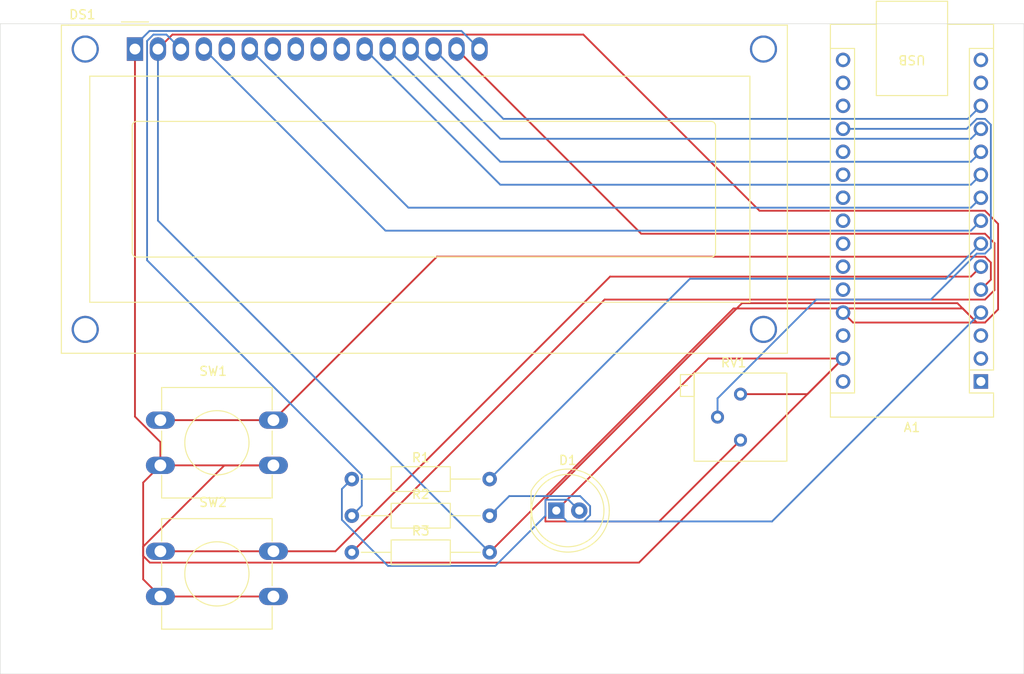
<source format=kicad_pcb>
(kicad_pcb (version 20241229) (generator "pcbnew") (generator_version "9.0")
  (layers (0 "F.Cu" signal) (2 "B.Cu" signal) (13 "F.Paste" user) (15 "B.Paste" user) (5 "F.SilkS" user "F.Silkscreen") (7 "B.SilkS" user "B.Silkscreen") (1 "F.Mask" user) (3 "B.Mask" user) (25 "Edge.Cuts" user))
  (net 0 "")
  (net 1 "Net-(A1-D9)")
  (net 4 "Net-(D1-K)")
  (net 6 "Net-(A1-A0)")
  (net 7 "Net-(A1-D6)")
  (net 8 "Net-(A1-D5)")
  (net 10 "Net-(A1-D7)")
  (net 11 "Net-(A1-+5V)")
  (net 15 "Net-(A1-D2)")
  (net 16 "Net-(A1-D8)")
  (net 20 "Net-(A1-D10)")
  (net 23 "Net-(A1-D3)")
  (net 25 "Net-(A1-D4)")
  (net 30 "Net-(D1-A)")
  (net 31 "Net-(DS1-LED(+))")
  (net 36 "Net-(DS1-VO)")
  (footprint "Resistor_THT:R_Axial_DIN0207_L6.3mm_D2.5mm_P15.24mm_Horizontal" (layer "F.Cu") (at 128.68 80.35)
    (property "Reference" "R1" (at 7.62 -2.37 0) (layer "F.SilkS"))
    (property "Value" "220")
    (fp_line (start 1.04 0) (end 4.35 0) (stroke (width 0.12)) (layer "F.SilkS"))
    (fp_line (start 14.2 0) (end 10.89 0) (stroke (width 0.12)) (layer "F.SilkS"))
    (fp_rect (start 4.35 -1.37) (end 10.89 1.37) (stroke (width 0.12)) (fill no) (layer "F.SilkS"))
    (pad "1" thru_hole circle (at 0 0) (size 1.6 1.6) (drill 0.8) (layers "*.Cu" "*.Mask") (net 30 "Net-(D1-A)"))
    (pad "2" thru_hole circle (at 15.24 0) (size 1.6 1.6) (drill 0.8) (layers "*.Cu" "*.Mask") (net 25 "Net-(A1-D4)"))
  )
  (footprint "Resistor_THT:R_Axial_DIN0207_L6.3mm_D2.5mm_P15.24mm_Horizontal" (layer "F.Cu") (at 128.68 88.45)
    (property "Reference" "R3" (at 7.62 -2.37 0) (layer "F.SilkS"))
    (property "Value" "220")
    (fp_line (start 1.04 0) (end 4.35 0) (stroke (width 0.12)) (layer "F.SilkS"))
    (fp_line (start 14.2 0) (end 10.89 0) (stroke (width 0.12)) (layer "F.SilkS"))
    (fp_rect (start 4.35 -1.37) (end 10.89 1.37) (stroke (width 0.12)) (fill no) (layer "F.SilkS"))
    (pad "1" thru_hole circle (at 0 0) (size 1.6 1.6) (drill 0.8) (layers "*.Cu" "*.Mask") (net 31 "Net-(DS1-LED(+))"))
    (pad "2" thru_hole circle (at 15.24 0) (size 1.6 1.6) (drill 0.8) (layers "*.Cu" "*.Mask") (net 11 "Net-(A1-+5V)"))
  )
  (footprint "Button_Switch_THT:SW_PUSH-12mm" (layer "F.Cu") (at 107.51 88.335)
    (property "Reference" "SW2" (at 5.83 -5.41 0) (layer "F.SilkS"))
    (property "Value" "SW_Push")
    (fp_line (start 0.14 -3.61) (end 0.14 -1.1) (stroke (width 0.12)) (layer "F.SilkS"))
    (fp_line (start 0.14 -3.61) (end 12.36 -3.61) (stroke (width 0.12)) (layer "F.SilkS"))
    (fp_line (start 0.14 1.2) (end 0.14 3.8) (stroke (width 0.12)) (layer "F.SilkS"))
    (fp_line (start 0.14 6.1) (end 0.14 8.61) (stroke (width 0.12)) (layer "F.SilkS"))
    (fp_line (start 12.36 -3.61) (end 12.36 -1.1) (stroke (width 0.12)) (layer "F.SilkS"))
    (fp_line (start 12.36 1.2) (end 12.36 3.8) (stroke (width 0.12)) (layer "F.SilkS"))
    (fp_line (start 12.36 6.1) (end 12.36 8.61) (stroke (width 0.12)) (layer "F.SilkS"))
    (fp_line (start 12.36 8.61) (end 0.14 8.61) (stroke (width 0.12)) (layer "F.SilkS"))
    (fp_circle (center 6.25 2.5) (end 9.8 2.5) (stroke (width 0.12)) (fill no) (layer "F.SilkS"))
    (pad "1" thru_hole oval (at 0 0) (size 3.2 1.9) (drill 1.3) (layers "*.Cu" "*.Mask") (net 23 "Net-(A1-D3)"))
    (pad "1" thru_hole oval (at 12.5 0) (size 3.2 1.9) (drill 1.3) (layers "*.Cu" "*.Mask") (net 23 "Net-(A1-D3)"))
    (pad "2" thru_hole oval (at 0 5) (size 3.2 1.9) (drill 1.3) (layers "*.Cu" "*.Mask") (net 4 "Net-(D1-K)"))
    (pad "2" thru_hole oval (at 12.5 5) (size 3.2 1.9) (drill 1.3) (layers "*.Cu" "*.Mask") (net 4 "Net-(D1-K)"))
  )
  (footprint "Potentiometer_THT:Potentiometer_Bourns_3296P_Horizontal" (layer "F.Cu") (at 171.66 70.96)
    (property "Reference" "RV1" (at -0.76 -3.475 0) (layer "F.SilkS"))
    (property "Value" "R_Potentiometer")
    (fp_line (start -6.645 -2.16) (end -5.125 -2.16) (stroke (width 0.12)) (layer "F.SilkS"))
    (fp_line (start -6.645 -0.955) (end -5.885 -0.955) (stroke (width 0.12)) (layer "F.SilkS"))
    (fp_line (start -6.645 0.25) (end -6.645 -2.16) (stroke (width 0.12)) (layer "F.SilkS"))
    (fp_line (start -5.125 -2.335) (end 5.125 -2.335) (stroke (width 0.12)) (layer "F.SilkS"))
    (fp_line (start -5.125 -2.16) (end -5.125 0.25) (stroke (width 0.12)) (layer "F.SilkS"))
    (fp_line (start -5.125 0.25) (end -6.645 0.25) (stroke (width 0.12)) (layer "F.SilkS"))
    (fp_line (start -5.125 7.415) (end -5.125 -2.335) (stroke (width 0.12)) (layer "F.SilkS"))
    (fp_line (start 5.125 -2.335) (end 5.125 7.415) (stroke (width 0.12)) (layer "F.SilkS"))
    (fp_line (start 5.125 7.415) (end -5.125 7.415) (stroke (width 0.12)) (layer "F.SilkS"))
    (pad "1" thru_hole circle (at 0 0) (size 1.44 1.44) (drill 0.8) (layers "*.Cu" "*.Mask") (net 4 "Net-(D1-K)"))
    (pad "2" thru_hole circle (at -2.54 2.54) (size 1.44 1.44) (drill 0.8) (layers "*.Cu" "*.Mask") (net 6 "Net-(A1-A0)"))
    (pad "3" thru_hole circle (at 0 5.08) (size 1.44 1.44) (drill 0.8) (layers "*.Cu" "*.Mask") (net 11 "Net-(A1-+5V)"))
  )
  (footprint "Button_Switch_THT:SW_PUSH-12mm" (layer "F.Cu") (at 107.51 73.835)
    (property "Reference" "SW1" (at 5.83 -5.41 0) (layer "F.SilkS"))
    (property "Value" "SW_Push")
    (fp_line (start 0.14 -3.61) (end 0.14 -1.1) (stroke (width 0.12)) (layer "F.SilkS"))
    (fp_line (start 0.14 -3.61) (end 12.36 -3.61) (stroke (width 0.12)) (layer "F.SilkS"))
    (fp_line (start 0.14 1.2) (end 0.14 3.8) (stroke (width 0.12)) (layer "F.SilkS"))
    (fp_line (start 0.14 6.1) (end 0.14 8.61) (stroke (width 0.12)) (layer "F.SilkS"))
    (fp_line (start 12.36 -3.61) (end 12.36 -1.1) (stroke (width 0.12)) (layer "F.SilkS"))
    (fp_line (start 12.36 1.2) (end 12.36 3.8) (stroke (width 0.12)) (layer "F.SilkS"))
    (fp_line (start 12.36 6.1) (end 12.36 8.61) (stroke (width 0.12)) (layer "F.SilkS"))
    (fp_line (start 12.36 8.61) (end 0.14 8.61) (stroke (width 0.12)) (layer "F.SilkS"))
    (fp_circle (center 6.25 2.5) (end 9.8 2.5) (stroke (width 0.12)) (fill no) (layer "F.SilkS"))
    (pad "1" thru_hole oval (at 0 0) (size 3.2 1.9) (drill 1.3) (layers "*.Cu" "*.Mask") (net 15 "Net-(A1-D2)"))
    (pad "1" thru_hole oval (at 12.5 0) (size 3.2 1.9) (drill 1.3) (layers "*.Cu" "*.Mask") (net 15 "Net-(A1-D2)"))
    (pad "2" thru_hole oval (at 0 5) (size 3.2 1.9) (drill 1.3) (layers "*.Cu" "*.Mask") (net 4 "Net-(D1-K)"))
    (pad "2" thru_hole oval (at 12.5 5) (size 3.2 1.9) (drill 1.3) (layers "*.Cu" "*.Mask") (net 4 "Net-(D1-K)"))
  )
  (footprint "LED_THT:LED_D8.0mm" (layer "F.Cu") (at 151.29 83.835)
    (property "Reference" "D1" (at 1.27 -5.56 0) (layer "F.SilkS"))
    (property "Value" "LED")
    (fp_line (start -2.79 -2.141) (end -2.79 2.141) (stroke (width 0.12)) (layer "F.SilkS"))
    (fp_arc (start -2.79 -2.141145) (mid 2.372883 -4.45553) (end 5.86 0) (stroke (width 0.12)) (layer "F.SilkS"))
    (fp_arc (start 5.86 0) (mid 2.372883 4.45553) (end -2.79 2.141145) (stroke (width 0.12)) (layer "F.SilkS"))
    (fp_circle (center 1.27 0) (end 5.27 0) (stroke (width 0.12)) (fill no) (layer "F.SilkS"))
    (pad "1" thru_hole rect (at 0 0) (size 1.8 1.8) (drill 0.9) (layers "*.Cu" "*.Mask") (net 4 "Net-(D1-K)"))
    (pad "2" thru_hole circle (at 2.54 0) (size 1.8 1.8) (drill 0.9) (layers "*.Cu" "*.Mask") (net 30 "Net-(D1-A)"))
  )
  (footprint "Module:Arduino_Nano" (layer "F.Cu") (at 198.24 69.56 180)
    (property "Reference" "A1" (at 7.62 -5.08 0) (layer "F.SilkS"))
    (property "Value" "Arduino_Nano_Every")
    (fp_line (start 16.64 39.5) (end 16.64 -3.94) (stroke (width 0.12)) (layer "F.SilkS"))
    (fp_line (start 16.64 39.5) (end 11.56 39.5) (stroke (width 0.12)) (layer "F.SilkS"))
    (fp_line (start 16.64 -3.94) (end -1.4 -3.94) (stroke (width 0.12)) (layer "F.SilkS"))
    (fp_line (start 13.97 36.83) (end 16.64 36.83) (stroke (width 0.12)) (layer "F.SilkS"))
    (fp_line (start 13.97 -1.27) (end 16.64 -1.27) (stroke (width 0.12)) (layer "F.SilkS"))
    (fp_line (start 13.97 -1.27) (end 13.97 36.83) (stroke (width 0.12)) (layer "F.SilkS"))
    (fp_line (start 11.56 42.04) (end 3.68 42.04) (stroke (width 0.12)) (layer "F.SilkS"))
    (fp_line (start 11.56 31.62) (end 11.56 42.04) (stroke (width 0.12)) (layer "F.SilkS"))
    (fp_line (start 3.68 42.04) (end 3.68 31.62) (stroke (width 0.12)) (layer "F.SilkS"))
    (fp_line (start 3.68 31.62) (end 11.56 31.62) (stroke (width 0.12)) (layer "F.SilkS"))
    (fp_line (start 1.27 36.83) (end -1.4 36.83) (stroke (width 0.12)) (layer "F.SilkS"))
    (fp_line (start 1.27 1.27) (end 1.27 36.83) (stroke (width 0.12)) (layer "F.SilkS"))
    (fp_line (start 1.27 1.27) (end 1.27 -1.27) (stroke (width 0.12)) (layer "F.SilkS"))
    (fp_line (start 1.27 1.27) (end -1.4 1.27) (stroke (width 0.12)) (layer "F.SilkS"))
    (fp_line (start 1.27 -1.27) (end -1.4 -1.27) (stroke (width 0.12)) (layer "F.SilkS"))
    (fp_line (start -1.4 39.5) (end 3.68 39.5) (stroke (width 0.12)) (layer "F.SilkS"))
    (fp_line (start -1.4 1.27) (end -1.4 39.5) (stroke (width 0.12)) (layer "F.SilkS"))
    (fp_line (start -1.4 -3.94) (end -1.4 -1.27) (stroke (width 0.12)) (layer "F.SilkS"))
    (fp_text user "USB" (at 7.62 35.56 180) (layer "F.SilkS"))
    (pad "1" thru_hole rect (at 0 0 180) (size 1.6 1.6) (drill 1) (layers "*.Cu" "*.Mask"))
    (pad "2" thru_hole oval (at 0 2.54 180) (size 1.6 1.6) (drill 1) (layers "*.Cu" "*.Mask"))
    (pad "3" thru_hole oval (at 0 5.08 180) (size 1.6 1.6) (drill 1) (layers "*.Cu" "*.Mask"))
    (pad "4" thru_hole oval (at 0 7.62 180) (size 1.6 1.6) (drill 1) (layers "*.Cu" "*.Mask") (net 4 "Net-(D1-K)"))
    (pad "5" thru_hole oval (at 0 10.16 180) (size 1.6 1.6) (drill 1) (layers "*.Cu" "*.Mask") (net 15 "Net-(A1-D2)"))
    (pad "6" thru_hole oval (at 0 12.7 180) (size 1.6 1.6) (drill 1) (layers "*.Cu" "*.Mask") (net 23 "Net-(A1-D3)"))
    (pad "7" thru_hole oval (at 0 15.24 180) (size 1.6 1.6) (drill 1) (layers "*.Cu" "*.Mask") (net 25 "Net-(A1-D4)"))
    (pad "8" thru_hole oval (at 0 17.78 180) (size 1.6 1.6) (drill 1) (layers "*.Cu" "*.Mask") (net 8 "Net-(A1-D5)"))
    (pad "9" thru_hole oval (at 0 20.32 180) (size 1.6 1.6) (drill 1) (layers "*.Cu" "*.Mask") (net 7 "Net-(A1-D6)"))
    (pad "10" thru_hole oval (at 0 22.86 180) (size 1.6 1.6) (drill 1) (layers "*.Cu" "*.Mask") (net 10 "Net-(A1-D7)"))
    (pad "11" thru_hole oval (at 0 25.4 180) (size 1.6 1.6) (drill 1) (layers "*.Cu" "*.Mask") (net 16 "Net-(A1-D8)"))
    (pad "12" thru_hole oval (at 0 27.94 180) (size 1.6 1.6) (drill 1) (layers "*.Cu" "*.Mask") (net 1 "Net-(A1-D9)"))
    (pad "13" thru_hole oval (at 0 30.48 180) (size 1.6 1.6) (drill 1) (layers "*.Cu" "*.Mask") (net 20 "Net-(A1-D10)"))
    (pad "14" thru_hole oval (at 0 33.02 180) (size 1.6 1.6) (drill 1) (layers "*.Cu" "*.Mask"))
    (pad "15" thru_hole oval (at 0 35.56 180) (size 1.6 1.6) (drill 1) (layers "*.Cu" "*.Mask"))
    (pad "16" thru_hole oval (at 15.24 35.56 180) (size 1.6 1.6) (drill 1) (layers "*.Cu" "*.Mask"))
    (pad "17" thru_hole oval (at 15.24 33.02 180) (size 1.6 1.6) (drill 1) (layers "*.Cu" "*.Mask"))
    (pad "18" thru_hole oval (at 15.24 30.48 180) (size 1.6 1.6) (drill 1) (layers "*.Cu" "*.Mask"))
    (pad "19" thru_hole oval (at 15.24 27.94 180) (size 1.6 1.6) (drill 1) (layers "*.Cu" "*.Mask") (net 6 "Net-(A1-A0)"))
    (pad "20" thru_hole oval (at 15.24 25.4 180) (size 1.6 1.6) (drill 1) (layers "*.Cu" "*.Mask"))
    (pad "21" thru_hole oval (at 15.24 22.86 180) (size 1.6 1.6) (drill 1) (layers "*.Cu" "*.Mask"))
    (pad "22" thru_hole oval (at 15.24 20.32 180) (size 1.6 1.6) (drill 1) (layers "*.Cu" "*.Mask"))
    (pad "23" thru_hole oval (at 15.24 17.78 180) (size 1.6 1.6) (drill 1) (layers "*.Cu" "*.Mask"))
    (pad "24" thru_hole oval (at 15.24 15.24 180) (size 1.6 1.6) (drill 1) (layers "*.Cu" "*.Mask"))
    (pad "25" thru_hole oval (at 15.24 12.7 180) (size 1.6 1.6) (drill 1) (layers "*.Cu" "*.Mask"))
    (pad "26" thru_hole oval (at 15.24 10.16 180) (size 1.6 1.6) (drill 1) (layers "*.Cu" "*.Mask"))
    (pad "27" thru_hole oval (at 15.24 7.62 180) (size 1.6 1.6) (drill 1) (layers "*.Cu" "*.Mask") (net 11 "Net-(A1-+5V)"))
    (pad "28" thru_hole oval (at 15.24 5.08 180) (size 1.6 1.6) (drill 1) (layers "*.Cu" "*.Mask"))
    (pad "29" thru_hole oval (at 15.24 2.54 180) (size 1.6 1.6) (drill 1) (layers "*.Cu" "*.Mask") (net 4 "Net-(D1-K)"))
    (pad "30" thru_hole oval (at 15.24 0 180) (size 1.6 1.6) (drill 1) (layers "*.Cu" "*.Mask"))
  )
  (footprint "Resistor_THT:R_Axial_DIN0207_L6.3mm_D2.5mm_P15.24mm_Horizontal" (layer "F.Cu") (at 128.68 84.4)
    (property "Reference" "R2" (at 7.62 -2.37 0) (layer "F.SilkS"))
    (property "Value" "2k")
    (fp_line (start 1.04 0) (end 4.35 0) (stroke (width 0.12)) (layer "F.SilkS"))
    (fp_line (start 14.2 0) (end 10.89 0) (stroke (width 0.12)) (layer "F.SilkS"))
    (fp_rect (start 4.35 -1.37) (end 10.89 1.37) (stroke (width 0.12)) (fill no) (layer "F.SilkS"))
    (pad "1" thru_hole circle (at 0 0) (size 1.6 1.6) (drill 0.8) (layers "*.Cu" "*.Mask") (net 36 "Net-(DS1-VO)"))
    (pad "2" thru_hole circle (at 15.24 0) (size 1.6 1.6) (drill 0.8) (layers "*.Cu" "*.Mask") (net 4 "Net-(D1-K)"))
  )
  (footprint "Display:WC1602A" (layer "F.Cu") (at 104.7 32.8)
    (property "Reference" "DS1" (at -5.82 -3.81 0) (layer "F.SilkS"))
    (property "Value" "WC1602A")
    (fp_line (start -8.14 -2.64) (end -8.14 33.64) (stroke (width 0.12)) (layer "F.SilkS"))
    (fp_line (start -8.14 33.64) (end 72.14 33.64) (stroke (width 0.12)) (layer "F.SilkS"))
    (fp_line (start -8.13 -2.64) (end -7.34 -2.64) (stroke (width 0.12)) (layer "F.SilkS"))
    (fp_line (start -5 3) (end 68 3) (stroke (width 0.12)) (layer "F.SilkS"))
    (fp_line (start -5 28) (end -5 3) (stroke (width 0.12)) (layer "F.SilkS"))
    (fp_line (start -1.5 -3) (end 1.5 -3) (stroke (width 0.12)) (layer "F.SilkS"))
    (fp_line (start -0.29972 22.49932) (end -0.29972 8.5) (stroke (width 0.12)) (layer "F.SilkS"))
    (fp_line (start 0.2 8) (end 63.7 8) (stroke (width 0.12)) (layer "F.SilkS"))
    (fp_line (start 63.70066 23) (end 0.2 23) (stroke (width 0.12)) (layer "F.SilkS"))
    (fp_line (start 64.2 8.5) (end 64.2 22.5) (stroke (width 0.12)) (layer "F.SilkS"))
    (fp_line (start 68 3) (end 68 28) (stroke (width 0.12)) (layer "F.SilkS"))
    (fp_line (start 68 28) (end -5 28) (stroke (width 0.12)) (layer "F.SilkS"))
    (fp_line (start 72.14 -2.64) (end -7.34 -2.64) (stroke (width 0.12)) (layer "F.SilkS"))
    (fp_line (start 72.14 33.64) (end 72.14 -2.64) (stroke (width 0.12)) (layer "F.SilkS"))
    (fp_arc (start -0.29972 8.49884) (mid -0.153162 8.145018) (end 0.20066 7.99846) (stroke (width 0.12)) (layer "F.SilkS"))
    (fp_arc (start 0.20066 22.9997) (mid -0.153162 22.853142) (end -0.29972 22.49932) (stroke (width 0.12)) (layer "F.SilkS"))
    (fp_arc (start 63.7 8) (mid 64.053553 8.146447) (end 64.2 8.5) (stroke (width 0.12)) (layer "F.SilkS"))
    (fp_arc (start 64.20104 22.49932) (mid 64.054482 22.853142) (end 63.70066 22.9997) (stroke (width 0.12)) (layer "F.SilkS"))
    (pad "" thru_hole circle (at -5.4991 0) (size 3 3) (drill 2.5) (layers "*.Cu" "*.Mask"))
    (pad "" thru_hole circle (at -5.4991 31.0007) (size 3 3) (drill 2.5) (layers "*.Cu" "*.Mask"))
    (pad "" thru_hole circle (at 69.49948 31.0007) (size 3 3) (drill 2.5) (layers "*.Cu" "*.Mask"))
    (pad "" thru_hole circle (at 69.5 0) (size 3 3) (drill 2.5) (layers "*.Cu" "*.Mask"))
    (pad "1" thru_hole rect (at 0 0) (size 1.8 2.6) (drill 1.2) (layers "*.Cu" "*.Mask") (net 4 "Net-(D1-K)"))
    (pad "2" thru_hole oval (at 2.54 0) (size 1.8 2.6) (drill 1.2) (layers "*.Cu" "*.Mask") (net 11 "Net-(A1-+5V)"))
    (pad "3" thru_hole oval (at 5.08 0) (size 1.8 2.6) (drill 1.2) (layers "*.Cu" "*.Mask") (net 36 "Net-(DS1-VO)"))
    (pad "4" thru_hole oval (at 7.62 0) (size 1.8 2.6) (drill 1.2) (layers "*.Cu" "*.Mask") (net 8 "Net-(A1-D5)"))
    (pad "5" thru_hole oval (at 10.16 0) (size 1.8 2.6) (drill 1.2) (layers "*.Cu" "*.Mask"))
    (pad "6" thru_hole oval (at 12.7 0) (size 1.8 2.6) (drill 1.2) (layers "*.Cu" "*.Mask") (net 7 "Net-(A1-D6)"))
    (pad "7" thru_hole oval (at 15.24 0) (size 1.8 2.6) (drill 1.2) (layers "*.Cu" "*.Mask"))
    (pad "8" thru_hole oval (at 17.78 0) (size 1.8 2.6) (drill 1.2) (layers "*.Cu" "*.Mask"))
    (pad "9" thru_hole oval (at 20.32 0) (size 1.8 2.6) (drill 1.2) (layers "*.Cu" "*.Mask"))
    (pad "10" thru_hole oval (at 22.86 0) (size 1.8 2.6) (drill 1.2) (layers "*.Cu" "*.Mask"))
    (pad "11" thru_hole oval (at 25.4 0) (size 1.8 2.6) (drill 1.2) (layers "*.Cu" "*.Mask") (net 10 "Net-(A1-D7)"))
    (pad "12" thru_hole oval (at 27.94 0) (size 1.8 2.6) (drill 1.2) (layers "*.Cu" "*.Mask") (net 16 "Net-(A1-D8)"))
    (pad "13" thru_hole oval (at 30.48 0) (size 1.8 2.6) (drill 1.2) (layers "*.Cu" "*.Mask") (net 1 "Net-(A1-D9)"))
    (pad "14" thru_hole oval (at 33.02 0) (size 1.8 2.6) (drill 1.2) (layers "*.Cu" "*.Mask") (net 20 "Net-(A1-D10)"))
    (pad "15" thru_hole oval (at 35.56 0) (size 1.8 2.6) (drill 1.2) (layers "*.Cu" "*.Mask") (net 31 "Net-(DS1-LED(+))"))
    (pad "16" thru_hole oval (at 38.1 0) (size 1.8 2.6) (drill 1.2) (layers "*.Cu" "*.Mask") (net 4 "Net-(D1-K)"))
  )
  (gr_rect (start 89.8 30) (end 203 101.9) (stroke (width 0.05)) (fill no) (layer "Edge.Cuts"))
  (segment (start 198.24 41.62) (end 197.139 42.721) (width 0.2) (layer "B.Cu") (net 1))
  (segment (start 197.139 42.721) (end 145.101 42.721) (width 0.2) (layer "B.Cu") (net 1))
  (segment (start 145.101 42.721) (end 135.18 32.8) (width 0.2) (layer "B.Cu") (net 1))
  (segment (start 107.51 93.335) (end 120.01 93.335) (width 0.2) (layer "F.Cu") (net 4))
  (segment (start 106.341819 89.586) (end 160.434 89.586) (width 0.2) (layer "F.Cu") (net 4))
  (segment (start 168.105 67.02) (end 183 67.02) (width 0.2) (layer "F.Cu") (net 4))
  (segment (start 105.609 91.434) (end 107.51 93.335) (width 0.2) (layer "F.Cu") (net 4))
  (segment (start 151.29 83.835) (end 168.105 67.02) (width 0.2) (layer "F.Cu") (net 4))
  (segment (start 114.590819 78.835) (end 105.609 87.816819) (width 0.2) (layer "F.Cu") (net 4))
  (segment (start 120.01 78.835) (end 114.590819 78.835) (width 0.2) (layer "F.Cu") (net 4))
  (segment (start 105.609 88.853181) (end 106.341819 89.586) (width 0.2) (layer "F.Cu") (net 4))
  (segment (start 179.06 70.96) (end 183 67.02) (width 0.2) (layer "F.Cu") (net 4))
  (segment (start 107.51 76.254181) (end 107.51 78.835) (width 0.2) (layer "F.Cu") (net 4))
  (segment (start 104.7 73.444181) (end 107.51 76.254181) (width 0.2) (layer "F.Cu") (net 4))
  (segment (start 105.609 87.816819) (end 105.609 88.853181) (width 0.2) (layer "F.Cu") (net 4))
  (segment (start 107.51 78.835) (end 105.609 80.736) (width 0.2) (layer "F.Cu") (net 4))
  (segment (start 171.66 70.96) (end 179.06 70.96) (width 0.2) (layer "F.Cu") (net 4))
  (segment (start 160.434 89.586) (end 183 67.02) (width 0.2) (layer "F.Cu") (net 4))
  (segment (start 107.51 78.835) (end 120.01 78.835) (width 0.2) (layer "F.Cu") (net 4))
  (segment (start 104.7 32.8) (end 104.7 73.444181) (width 0.2) (layer "F.Cu") (net 4))
  (segment (start 105.609 80.736) (end 105.609 91.434) (width 0.2) (layer "F.Cu") (net 4))
  (segment (start 175.144 85.036) (end 152.491 85.036) (width 0.2) (layer "B.Cu") (net 4))
  (segment (start 143.92 84.4) (end 146.087 82.233) (width 0.2) (layer "B.Cu") (net 4))
  (segment (start 144.62 84.28) (end 144.62 83.835) (width 0.2) (layer "B.Cu") (net 4))
  (segment (start 153.926471 82.233) (end 155.031 83.337529) (width 0.2) (layer "B.Cu") (net 4))
  (segment (start 198.24 61.94) (end 175.144 85.036) (width 0.2) (layer "B.Cu") (net 4))
  (segment (start 104.7 32.4) (end 106.302 30.798) (width 0.2) (layer "B.Cu") (net 4))
  (segment (start 106.302 30.798) (end 140.798 30.798) (width 0.2) (layer "B.Cu") (net 4))
  (segment (start 155.031 84.332471) (end 154.327471 85.036) (width 0.2) (layer "B.Cu") (net 4))
  (segment (start 104.7 32.8) (end 104.7 32.4) (width 0.2) (layer "B.Cu") (net 4))
  (segment (start 155.031 83.337529) (end 155.031 84.332471) (width 0.2) (layer "B.Cu") (net 4))
  (segment (start 140.798 30.798) (end 142.8 32.8) (width 0.2) (layer "B.Cu") (net 4))
  (segment (start 144.5 84.4) (end 144.62 84.28) (width 0.2) (layer "B.Cu") (net 4))
  (segment (start 154.327471 85.036) (end 152.491 85.036) (width 0.2) (layer "B.Cu") (net 4))
  (segment (start 146.087 82.233) (end 153.926471 82.233) (width 0.2) (layer "B.Cu") (net 4))
  (segment (start 152.491 85.036) (end 151.29 83.835) (width 0.2) (layer "B.Cu") (net 4))
  (segment (start 143.92 84.4) (end 144.5 84.4) (width 0.2) (layer "B.Cu") (net 4))
  (segment (start 197.78395 55.421) (end 198.69605 55.421) (width 0.2) (layer "B.Cu") (net 6))
  (segment (start 199.341 54.77605) (end 199.341 41.16395) (width 0.2) (layer "B.Cu") (net 6))
  (segment (start 198.69605 55.421) (end 199.341 54.77605) (width 0.2) (layer "B.Cu") (net 6))
  (segment (start 197.78395 40.519) (end 196.68295 41.62) (width 0.2) (layer "B.Cu") (net 6))
  (segment (start 192.70395 60.501) (end 197.78395 55.421) (width 0.2) (layer "B.Cu") (net 6))
  (segment (start 198.69605 40.519) (end 197.78395 40.519) (width 0.2) (layer "B.Cu") (net 6))
  (segment (start 196.68295 41.62) (end 183 41.62) (width 0.2) (layer "B.Cu") (net 6))
  (segment (start 169.12 71.427179) (end 180.046179 60.501) (width 0.2) (layer "B.Cu") (net 6))
  (segment (start 169.12 73.5) (end 169.12 71.427179) (width 0.2) (layer "B.Cu") (net 6))
  (segment (start 180.046179 60.501) (end 192.70395 60.501) (width 0.2) (layer "B.Cu") (net 6))
  (segment (start 199.341 41.16395) (end 198.69605 40.519) (width 0.2) (layer "B.Cu") (net 6))
  (segment (start 198.24 49.24) (end 197.139 50.341) (width 0.2) (layer "B.Cu") (net 7))
  (segment (start 197.139 50.341) (end 134.941 50.341) (width 0.2) (layer "B.Cu") (net 7))
  (segment (start 134.941 50.341) (end 117.4 32.8) (width 0.2) (layer "B.Cu") (net 7))
  (segment (start 197.139 52.881) (end 132.401 52.881) (width 0.2) (layer "B.Cu") (net 8))
  (segment (start 198.24 51.78) (end 197.139 52.881) (width 0.2) (layer "B.Cu") (net 8))
  (segment (start 132.401 52.881) (end 112.32 32.8) (width 0.2) (layer "B.Cu") (net 8))
  (segment (start 145.101 47.801) (end 130.1 32.8) (width 0.2) (layer "B.Cu") (net 10))
  (segment (start 198.24 46.7) (end 197.139 47.801) (width 0.2) (layer "B.Cu") (net 10))
  (segment (start 197.139 47.801) (end 145.101 47.801) (width 0.2) (layer "B.Cu") (net 10))
  (segment (start 196.2269 61.48395) (end 170.88605 61.48395) (width 0.2) (layer "F.Cu") (net 11))
  (segment (start 108.841 31.199) (end 154.281 31.199) (width 0.2) (layer "F.Cu") (net 11))
  (segment (start 200.143 61.59405) (end 198.69605 63.041) (width 0.2) (layer "F.Cu") (net 11))
  (segment (start 184.101 63.041) (end 183 61.94) (width 0.2) (layer "F.Cu") (net 11))
  (segment (start 173.761 50.679) (end 198.69605 50.679) (width 0.2) (layer "F.Cu") (net 11))
  (segment (start 154.281 31.199) (end 173.761 50.679) (width 0.2) (layer "F.Cu") (net 11))
  (segment (start 171.821 60.902) (end 150.089 82.634) (width 0.2) (layer "F.Cu") (net 11))
  (segment (start 170.88605 61.48395) (end 143.92 88.45) (width 0.2) (layer "F.Cu") (net 11))
  (segment (start 195.64495 60.902) (end 171.821 60.902) (width 0.2) (layer "F.Cu") (net 11))
  (segment (start 198.69605 63.041) (end 184.101 63.041) (width 0.2) (layer "F.Cu") (net 11))
  (segment (start 197.78395 63.041) (end 196.2269 61.48395) (width 0.2) (layer "F.Cu") (net 11))
  (segment (start 198.69605 50.679) (end 200.143 52.12595) (width 0.2) (layer "F.Cu") (net 11))
  (segment (start 200.143 52.12595) (end 200.143 61.59405) (width 0.2) (layer "F.Cu") (net 11))
  (segment (start 107.24 32.8) (end 108.841 31.199) (width 0.2) (layer "F.Cu") (net 11))
  (segment (start 162.664 85.036) (end 171.66 76.04) (width 0.2) (layer "F.Cu") (net 11))
  (segment (start 198.69605 63.041) (end 197.78395 63.041) (width 0.2) (layer "F.Cu") (net 11))
  (segment (start 197.78395 63.041) (end 195.64495 60.902) (width 0.2) (layer "F.Cu") (net 11))
  (segment (start 150.089 82.634) (end 150.089 85.036) (width 0.2) (layer "F.Cu") (net 11))
  (segment (start 150.089 85.036) (end 162.664 85.036) (width 0.2) (layer "F.Cu") (net 11))
  (segment (start 107.24 51.77) (end 143.92 88.45) (width 0.2) (layer "B.Cu") (net 11))
  (segment (start 107.24 32.8) (end 107.24 51.77) (width 0.2) (layer "B.Cu") (net 11))
  (segment (start 138.086 55.759) (end 198.69605 55.759) (width 0.2) (layer "F.Cu") (net 15))
  (segment (start 120.01 73.835) (end 138.086 55.759) (width 0.2) (layer "F.Cu") (net 15))
  (segment (start 199.341 58.299) (end 198.24 59.4) (width 0.2) (layer "F.Cu") (net 15))
  (segment (start 199.341 56.40395) (end 199.341 58.299) (width 0.2) (layer "F.Cu") (net 15))
  (segment (start 107.51 73.835) (end 120.01 73.835) (width 0.2) (layer "F.Cu") (net 15))
  (segment (start 198.69605 55.759) (end 199.341 56.40395) (width 0.2) (layer "F.Cu") (net 15))
  (segment (start 197.139 45.261) (end 145.101 45.261) (width 0.2) (layer "B.Cu") (net 16))
  (segment (start 145.101 45.261) (end 132.64 32.8) (width 0.2) (layer "B.Cu") (net 16))
  (segment (start 198.24 44.16) (end 197.139 45.261) (width 0.2) (layer "B.Cu") (net 16))
  (segment (start 196.801 40.519) (end 145.439 40.519) (width 0.2) (layer "B.Cu") (net 20))
  (segment (start 145.439 40.519) (end 137.72 32.8) (width 0.2) (layer "B.Cu") (net 20))
  (segment (start 198.24 39.08) (end 196.801 40.519) (width 0.2) (layer "B.Cu") (net 20))
  (segment (start 120.01 88.335) (end 126.865 88.335) (width 0.2) (layer "F.Cu") (net 23))
  (segment (start 107.51 88.335) (end 120.01 88.335) (width 0.2) (layer "F.Cu") (net 23))
  (segment (start 157.239 57.961) (end 197.139 57.961) (width 0.2) (layer "F.Cu") (net 23))
  (segment (start 197.139 57.961) (end 198.24 56.86) (width 0.2) (layer "F.Cu") (net 23))
  (segment (start 126.865 88.335) (end 157.239 57.961) (width 0.2) (layer "F.Cu") (net 23))
  (segment (start 194.36 58.2) (end 198.24 54.32) (width 0.2) (layer "B.Cu") (net 25))
  (segment (start 166.07 58.2) (end 194.36 58.2) (width 0.2) (layer "B.Cu") (net 25))
  (segment (start 143.92 80.35) (end 166.07 58.2) (width 0.2) (layer "B.Cu") (net 25))
  (segment (start 128.68 80.35) (end 127.579 81.451) (width 0.2) (layer "B.Cu") (net 30))
  (segment (start 127.579 84.85605) (end 132.67495 89.952) (width 0.2) (layer "B.Cu") (net 30))
  (segment (start 150.089 82.634) (end 152.629 82.634) (width 0.2) (layer "B.Cu") (net 30))
  (segment (start 127.579 81.451) (end 127.579 84.85605) (width 0.2) (layer "B.Cu") (net 30))
  (segment (start 144.54215 89.952) (end 150.089 84.40515) (width 0.2) (layer "B.Cu") (net 30))
  (segment (start 132.67495 89.952) (end 144.54215 89.952) (width 0.2) (layer "B.Cu") (net 30))
  (segment (start 152.629 82.634) (end 153.83 83.835) (width 0.2) (layer "B.Cu") (net 30))
  (segment (start 150.089 84.40515) (end 150.089 82.634) (width 0.2) (layer "B.Cu") (net 30))
  (segment (start 128.68 88.45) (end 156.629 60.501) (width 0.2) (layer "F.Cu") (net 31))
  (segment (start 199.742 54.26495) (end 198.69605 53.219) (width 0.2) (layer "F.Cu") (net 31))
  (segment (start 198.69605 53.219) (end 160.679 53.219) (width 0.2) (layer "F.Cu") (net 31))
  (segment (start 156.629 60.501) (end 198.69605 60.501) (width 0.2) (layer "F.Cu") (net 31))
  (segment (start 198.69605 60.501) (end 199.742 59.45505) (width 0.2) (layer "F.Cu") (net 31))
  (segment (start 199.742 59.45505) (end 199.742 54.26495) (width 0.2) (layer "F.Cu") (net 31))
  (segment (start 160.679 53.219) (end 140.26 32.8) (width 0.2) (layer "F.Cu") (net 31))
  (segment (start 106.039 56.15195) (end 129.781 79.89395) (width 0.2) (layer "B.Cu") (net 36))
  (segment (start 109.78 32.8) (end 108.179 31.199) (width 0.2) (layer "B.Cu") (net 36))
  (segment (start 108.179 31.199) (end 106.74253 31.199) (width 0.2) (layer "B.Cu") (net 36))
  (segment (start 129.781 79.89395) (end 129.781 83.299) (width 0.2) (layer "B.Cu") (net 36))
  (segment (start 129.781 83.299) (end 128.68 84.4) (width 0.2) (layer "B.Cu") (net 36))
  (segment (start 106.039 31.90253) (end 106.039 56.15195) (width 0.2) (layer "B.Cu") (net 36))
  (segment (start 106.74253 31.199) (end 106.039 31.90253) (width 0.2) (layer "B.Cu") (net 36))
)
</source>
